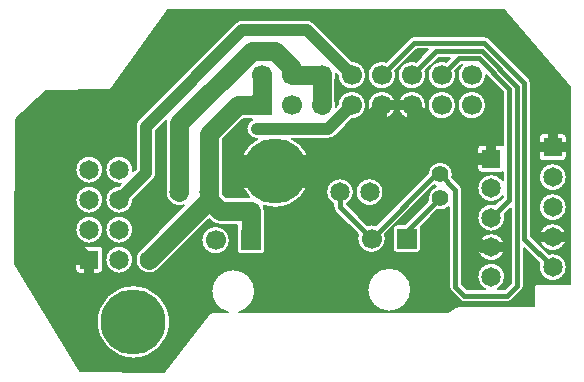
<source format=gbl>
G04 Layer: BottomLayer*
G04 EasyEDA Pro v1.9.30.011b94, 2023-06-19 18:55:00*
G04 Gerber Generator version 0.3*
G04 Scale: 100 percent, Rotated: No, Reflected: No*
G04 Dimensions in millimeters*
G04 Leading zeros omitted, absolute positions, 3 integers and 3 decimals*
%FSLAX33Y33*%
%MOMM*%
%ADD999C,0.2032*%
%ADD10C,0.83008*%
%ADD11C,2.755075*%
%ADD12C,0.85508*%
%ADD13C,5.499989*%
%ADD14C,1.649999*%
%ADD15C,1.4022*%
%ADD16C,1.4*%
%ADD17R,1.649999X1.649999*%
%ADD18R,1.649999X1.649999*%
%ADD19C,1.699999*%
%ADD20R,1.699999X1.699999*%
%ADD21R,1.699999X1.699999*%
%ADD22C,0.999998*%
%ADD23C,1.599997*%
%ADD24C,0.399999*%
G75*


G04 Copper Start*
G36*
G01X94189Y53559D02*
G01X90431Y48682D01*
G01X83261Y48743D01*
G01X77798Y57769D01*
G01X77877Y70097D01*
G01X80407Y72416D01*
G01X85733Y72540D01*
G03X86016Y72689I-8J358D01*
G01X90735Y79271D01*
G01X119214D01*
G01X124737Y72766D01*
G01Y56111D01*
G01X122047D01*
G03X121689Y55753I0J-358D01*
G01Y54206D01*
G01X115316D01*
G03X115117Y54146I0J-358D01*
G01X114446Y53698D01*
G01X96732D01*
G03X98124Y55497I-466J1799D01*
G03X96266Y57355I-1858J0D01*
G03X94408Y55497I0J-1858D01*
G03X95800Y53698I1858J0D01*
G01X94473D01*
G03X94189Y53559I0J-358D01*
G37*
%LPC*%
G36*
G01X87991Y58166D02*
G03X89149Y57008I1158J0D01*
G03X89968Y57347I0J1158D01*
G01X94215Y61594D01*
G01X94349Y61460D01*
G03X95168Y61121I819J819D01*
G01X96608D01*
G01Y60850D01*
G03X96558Y60667I308J-183D01*
G01Y58967D01*
G03X96916Y58609I358J0D01*
G01X98616D01*
G03X98974Y58967I0J358D01*
G01Y60667D01*
G03X98924Y60850I-358J0D01*
G01Y62279D01*
G03X98841Y62709I-1158J0D01*
G03X99797Y62559I956J2958D01*
G03X102905Y65667I0J3108D01*
G03X101261Y68409I-3108J0D01*
G01X104319D01*
G03X104926Y68660I0J858D01*
G01X106304Y70039D01*
G03X107507Y71247I-5J1208D01*
G03X106299Y72455I-1208J0D01*
G03X105091Y71252I0J-1208D01*
G01X104961Y71122D01*
G03X104967Y71247I-1202J125D01*
G03X104917Y71591I-1208J0D01*
G01Y73443D01*
G03X104967Y73787I-1158J344D01*
G03X104961Y73912I-1208J0D01*
G01X105091Y73782D01*
G03X106299Y72579I1208J5D01*
G03X107507Y73787I0J1208D01*
G03X106304Y74995I-1208J0D01*
G01X103080Y78220D01*
G03X102473Y78471I-607J-607D01*
G01X97043D01*
G03X96436Y78220I0J-858D01*
G01X88261Y70046D01*
G03X88010Y69439I607J-607D01*
G01Y65856D01*
G01X87787Y65633D01*
G03X87797Y65786I-1173J153D01*
G03X86614Y66969I-1183J0D01*
G03X85431Y65786I0J-1183D01*
G03X86614Y64603I1183J0D01*
G03X86767Y64613I0J1183D01*
G01X86583Y64429D01*
G03X85431Y63246I31J-1183D01*
G03X86614Y62063I1183J0D01*
G03X87797Y63215I0J1183D01*
G01X89475Y64893D01*
G03X89726Y65500I-607J607D01*
G01Y69083D01*
G01X90570Y69927D01*
G03X90555Y69743I1143J-184D01*
G01Y64123D01*
G03X90530Y63881I1158J-242D01*
G03X91713Y62698I1183J0D01*
G03X92112Y62767I0J1183D01*
G01X88330Y58985D01*
G03X87991Y58166I819J-819D01*
G37*
G36*
G01X115443Y54717D02*
G03X115838Y54553I395J395D01*
G01X119463D01*
G03X119858Y54717I0J558D01*
G01X120713Y55572D01*
G03X120876Y55966I-395J395D01*
G01Y59182D01*
G01X122185Y57874D01*
G03X122134Y57531I1132J-343D01*
G03X123317Y56348I1183J0D01*
G03X124500Y57531I0J1183D01*
G03X123317Y58714I-1183J0D01*
G03X122974Y58663I0J-1183D01*
G01X121478Y60159D01*
G01Y73113D01*
G03X121314Y73508I-558J0D01*
G01X117877Y76946D01*
G03X117482Y77109I-395J-395D01*
G01X111603D01*
G03X111208Y76946I0J-558D01*
G01X109202Y74939D01*
G03X108839Y74995I-363J-1152D01*
G03X107631Y73787I0J-1208D01*
G03X108839Y72579I1208J0D01*
G03X110047Y73787I0J1208D01*
G03X109991Y74150I-1208J0D01*
G01X111834Y75993D01*
G01X112796D01*
G01X111742Y74939D01*
G03X111379Y74995I-363J-1152D01*
G03X110171Y73787I0J-1208D01*
G03X111379Y72579I1208J0D01*
G03X112587Y73787I0J1208D01*
G03X112531Y74150I-1208J0D01*
G01X113652Y75271D01*
G01X114613D01*
G01X114282Y74939D01*
G03X113919Y74995I-363J-1152D01*
G03X112711Y73787I0J-1208D01*
G03X113919Y72579I1208J0D01*
G03X115127Y73787I0J1208D01*
G03X115071Y74150I-1208J0D01*
G01X115590Y74669D01*
G01X115633D01*
G03X115251Y73787I826J-882D01*
G03X116459Y72579I1208J0D01*
G03X117667Y73787I0J1208D01*
G01Y73805D01*
G01X119072Y72400D01*
G01Y67878D01*
G03X118935Y67905I-137J-331D01*
G01X117285D01*
G03X116927Y67547I0J-358D01*
G01Y65897D01*
G03X117285Y65539I358J0D01*
G01X118935D01*
G03X119072Y65566I0J358D01*
G01Y64910D01*
G03X118110Y65405I-962J-688D01*
G03X116927Y64222I0J-1183D01*
G03X118110Y63039I1183J0D01*
G03X119072Y63534I0J1183D01*
G01Y63474D01*
G01X118453Y62854D01*
G03X118110Y62905I-343J-1132D01*
G03X116927Y61722I0J-1183D01*
G03X118110Y60539I1183J0D01*
G03X119293Y61722I0J1183D01*
G03X119242Y62065I-1183J0D01*
G01X119760Y62583D01*
G01Y56198D01*
G01X119232Y55669D01*
G01X118650D01*
G03X119293Y56722I-540J1053D01*
G03X118110Y57905I-1183J0D01*
G03X116927Y56722I0J-1183D01*
G03X117570Y55669I1183J0D01*
G01X116069D01*
G01X115632Y56106D01*
G01Y64107D01*
G03X115468Y64502I-558J0D01*
G01X114822Y65148D01*
G03X114850Y65389I-1030J241D01*
G03X113792Y66447I-1058J0D01*
G03X112740Y65499I0J-1058D01*
G01X108337Y61096D01*
G03X107974Y61152I-363J-1152D01*
G03X107611Y61096I0J-1208D01*
G01X105866Y62841D01*
G03X106485Y63881I-564J1040D01*
G03X105302Y65064I-1183J0D01*
G03X104119Y63881I0J-1183D01*
G03X104744Y62838I1183J0D01*
G01Y62616D01*
G03X104907Y62221I558J0D01*
G01X106822Y60307D01*
G03X106766Y59944I1152J-363D01*
G03X107974Y58736I1208J0D01*
G03X109182Y59944I0J1208D01*
G03X109126Y60307I-1208J0D01*
G01X113282Y64462D01*
G03X113446Y64389I510J927D01*
G03X112734Y63389I346J-1000D01*
G03X112762Y63148I1058J0D01*
G01X110766Y61152D01*
G01X110124D01*
G03X109766Y60794I0J-358D01*
G01Y59094D01*
G03X110124Y58736I358J0D01*
G01X111824D01*
G03X112182Y59094I0J358D01*
G01Y60794D01*
G03X112145Y60953I-358J0D01*
G01X113551Y62359D01*
G03X113792Y62331I241J1030D01*
G03X114516Y62617I0J1058D01*
G01Y55875D01*
G03X114679Y55481I558J0D01*
G01X115443Y54717D01*
G37*
G36*
G01X87813Y49787D02*
G03X90921Y52896I0J3108D01*
G03X87813Y56004I-3108J0D01*
G03X84705Y52896I0J-3108D01*
G03X87813Y49787I3108J0D01*
G37*
G36*
G01X107616Y55624D02*
G03X109474Y53766I1858J0D01*
G03X111332Y55624I0J1858D01*
G03X109474Y57482I-1858J0D01*
G03X107616Y55624I0J-1858D01*
G37*
G36*
G01X111379Y70039D02*
G03X112587Y71247I0J1208D01*
G03X111379Y72455I-1208J0D01*
G03X110171Y71247I0J-1208D01*
G03X111379Y70039I1208J0D01*
G37*
G36*
G01X113919Y70039D02*
G03X115127Y71247I0J1208D01*
G03X113919Y72455I-1208J0D01*
G03X112711Y71247I0J-1208D01*
G03X113919Y70039I1208J0D01*
G37*
G36*
G01X108839Y70039D02*
G03X110047Y71247I0J1208D01*
G03X108839Y72455I-1208J0D01*
G03X107631Y71247I0J-1208D01*
G03X108839Y70039I1208J0D01*
G37*
G36*
G01X116459Y70039D02*
G03X117667Y71247I0J1208D01*
G03X116459Y72455I-1208J0D01*
G03X115251Y71247I0J-1208D01*
G03X116459Y70039I1208J0D01*
G37*
G36*
G01X93558Y59817D02*
G03X94766Y58609I1208J0D01*
G03X95974Y59817I0J1208D01*
G03X94766Y61025I-1208J0D01*
G03X93558Y59817I0J-1208D01*
G37*
G36*
G01X124142Y66508D02*
G03X124500Y66866I0J358D01*
G01Y68516D01*
G03X124142Y68874I-358J0D01*
G01X122492D01*
G03X122134Y68516I0J-358D01*
G01Y66866D01*
G03X122492Y66508I358J0D01*
G01X124142D01*
G37*
G36*
G01X84899Y56983D02*
G03X85257Y57341I0J358D01*
G01Y58991D01*
G03X84899Y59349I-358J0D01*
G01X83249D01*
G03X82891Y58991I0J-358D01*
G01Y57341D01*
G03X83249Y56983I358J0D01*
G01X84899D01*
G37*
G36*
G01X84074Y64603D02*
G03X85257Y65786I0J1183D01*
G03X84074Y66969I-1183J0D01*
G03X82891Y65786I0J-1183D01*
G03X84074Y64603I1183J0D01*
G37*
G36*
G01X123317Y63968D02*
G03X124500Y65151I0J1183D01*
G03X123317Y66334I-1183J0D01*
G03X122134Y65151I0J-1183D01*
G03X123317Y63968I1183J0D01*
G37*
G36*
G01X118110Y58039D02*
G03X119293Y59222I0J1183D01*
G03X118110Y60405I-1183J0D01*
G03X116927Y59222I0J-1183D01*
G03X118110Y58039I1183J0D01*
G37*
G36*
G01X106621Y63881D02*
G03X107804Y62698I1183J0D01*
G03X108987Y63881I0J1183D01*
G03X107804Y65064I-1183J0D01*
G03X106621Y63881I0J-1183D01*
G37*
G36*
G01X82891Y63246D02*
G03X84074Y62063I1183J0D01*
G03X85257Y63246I0J1183D01*
G03X84074Y64429I-1183J0D01*
G03X82891Y63246I0J-1183D01*
G37*
G36*
G01X123317Y61428D02*
G03X124500Y62611I0J1183D01*
G03X123317Y63794I-1183J0D01*
G03X122134Y62611I0J-1183D01*
G03X123317Y61428I1183J0D01*
G37*
G36*
G01X86614Y59523D02*
G03X87797Y60706I0J1183D01*
G03X86614Y61889I-1183J0D01*
G03X85431Y60706I0J-1183D01*
G03X86614Y59523I1183J0D01*
G37*
G36*
G01X84074Y59523D02*
G03X85257Y60706I0J1183D01*
G03X84074Y61889I-1183J0D01*
G03X82891Y60706I0J-1183D01*
G03X84074Y59523I1183J0D01*
G37*
G36*
G01X123317Y58888D02*
G03X124500Y60071I0J1183D01*
G03X123317Y61254I-1183J0D01*
G03X122134Y60071I0J-1183D01*
G03X123317Y58888I1183J0D01*
G37*
G36*
G01X86614Y56983D02*
G03X87797Y58166I0J1183D01*
G03X86614Y59349I-1183J0D01*
G03X85431Y58166I0J-1183D01*
G03X86614Y56983I1183J0D01*
G37*
%LPD*%
G36*
G01X96689Y65667D02*
G03X97631Y63437I3108J0D01*
G01X95648D01*
G01X95384Y63701D01*
G03X95398Y63881I-1169J180D01*
G03X95373Y64123I-1183J0D01*
G01Y68354D01*
G01X97108Y70089D01*
G01X97646D01*
G03X97829Y70039I183J308D01*
G01X97877D01*
G03X97645Y69874I375J-772D01*
G01X97636Y69865D01*
G03X97385Y69259I607J-607D01*
G03X98243Y68401I858J0D01*
G03X98325Y68404I0J858D01*
G03X96689Y65667I1472J-2738D01*
G37*
G54D999*
G01X94189Y53559D02*
G01X90431Y48682D01*
G01X83261Y48743D01*
G01X77798Y57769D01*
G01X77877Y70097D01*
G01X80407Y72416D01*
G01X85733Y72540D01*
G03X86016Y72689I-8J358D01*
G01X90735Y79271D01*
G01X119214D01*
G01X124737Y72766D01*
G01Y56111D01*
G01X122047D01*
G03X121689Y55753I0J-358D01*
G01Y54206D01*
G01X115316D01*
G03X115117Y54146I0J-358D01*
G01X114446Y53698D01*
G01X96732D01*
G03X98124Y55497I-466J1799D01*
G03X96266Y57355I-1858J0D01*
G03X94408Y55497I0J-1858D01*
G03X95800Y53698I1858J0D01*
G01X94473D01*
G03X94189Y53559I0J-358D01*
G01X87991Y58166D02*
G03X89149Y57008I1158J0D01*
G03X89968Y57347I0J1158D01*
G01X94215Y61594D01*
G01X94349Y61460D01*
G03X95168Y61121I819J819D01*
G01X96608D01*
G01Y60850D01*
G03X96558Y60667I308J-183D01*
G01Y58967D01*
G03X96916Y58609I358J0D01*
G01X98616D01*
G03X98974Y58967I0J358D01*
G01Y60667D01*
G03X98924Y60850I-358J0D01*
G01Y62279D01*
G03X98841Y62709I-1158J0D01*
G03X99797Y62559I956J2958D01*
G03X102905Y65667I0J3108D01*
G03X101261Y68409I-3108J0D01*
G01X104319D01*
G03X104926Y68660I0J858D01*
G01X106304Y70039D01*
G03X107507Y71247I-5J1208D01*
G03X106299Y72455I-1208J0D01*
G03X105091Y71252I0J-1208D01*
G01X104961Y71122D01*
G03X104967Y71247I-1202J125D01*
G03X104917Y71591I-1208J0D01*
G01Y73443D01*
G03X104967Y73787I-1158J344D01*
G03X104961Y73912I-1208J0D01*
G01X105091Y73782D01*
G03X106299Y72579I1208J5D01*
G03X107507Y73787I0J1208D01*
G03X106304Y74995I-1208J0D01*
G01X103080Y78220D01*
G03X102473Y78471I-607J-607D01*
G01X97043D01*
G03X96436Y78220I0J-858D01*
G01X88261Y70046D01*
G03X88010Y69439I607J-607D01*
G01Y65856D01*
G01X87787Y65633D01*
G03X87797Y65786I-1173J153D01*
G03X86614Y66969I-1183J0D01*
G03X85431Y65786I0J-1183D01*
G03X86614Y64603I1183J0D01*
G03X86767Y64613I0J1183D01*
G01X86583Y64429D01*
G03X85431Y63246I31J-1183D01*
G03X86614Y62063I1183J0D01*
G03X87797Y63215I0J1183D01*
G01X89475Y64893D01*
G03X89726Y65500I-607J607D01*
G01Y69083D01*
G01X90570Y69927D01*
G03X90555Y69743I1143J-184D01*
G01Y64123D01*
G03X90530Y63881I1158J-242D01*
G03X91713Y62698I1183J0D01*
G03X92112Y62767I0J1183D01*
G01X88330Y58985D01*
G03X87991Y58166I819J-819D01*
G01X115443Y54717D02*
G03X115838Y54553I395J395D01*
G01X119463D01*
G03X119858Y54717I0J558D01*
G01X120713Y55572D01*
G03X120876Y55966I-395J395D01*
G01Y59182D01*
G01X122185Y57874D01*
G03X122134Y57531I1132J-343D01*
G03X123317Y56348I1183J0D01*
G03X124500Y57531I0J1183D01*
G03X123317Y58714I-1183J0D01*
G03X122974Y58663I0J-1183D01*
G01X121478Y60159D01*
G01Y73113D01*
G03X121314Y73508I-558J0D01*
G01X117877Y76946D01*
G03X117482Y77109I-395J-395D01*
G01X111603D01*
G03X111208Y76946I0J-558D01*
G01X109202Y74939D01*
G03X108839Y74995I-363J-1152D01*
G03X107631Y73787I0J-1208D01*
G03X108839Y72579I1208J0D01*
G03X110047Y73787I0J1208D01*
G03X109991Y74150I-1208J0D01*
G01X111834Y75993D01*
G01X112796D01*
G01X111742Y74939D01*
G03X111379Y74995I-363J-1152D01*
G03X110171Y73787I0J-1208D01*
G03X111379Y72579I1208J0D01*
G03X112587Y73787I0J1208D01*
G03X112531Y74150I-1208J0D01*
G01X113652Y75271D01*
G01X114613D01*
G01X114282Y74939D01*
G03X113919Y74995I-363J-1152D01*
G03X112711Y73787I0J-1208D01*
G03X113919Y72579I1208J0D01*
G03X115127Y73787I0J1208D01*
G03X115071Y74150I-1208J0D01*
G01X115590Y74669D01*
G01X115633D01*
G03X115251Y73787I826J-882D01*
G03X116459Y72579I1208J0D01*
G03X117667Y73787I0J1208D01*
G01Y73805D01*
G01X119072Y72400D01*
G01Y67878D01*
G03X118935Y67905I-137J-331D01*
G01X117285D01*
G03X116927Y67547I0J-358D01*
G01Y65897D01*
G03X117285Y65539I358J0D01*
G01X118935D01*
G03X119072Y65566I0J358D01*
G01Y64910D01*
G03X118110Y65405I-962J-688D01*
G03X116927Y64222I0J-1183D01*
G03X118110Y63039I1183J0D01*
G03X119072Y63534I0J1183D01*
G01Y63474D01*
G01X118453Y62854D01*
G03X118110Y62905I-343J-1132D01*
G03X116927Y61722I0J-1183D01*
G03X118110Y60539I1183J0D01*
G03X119293Y61722I0J1183D01*
G03X119242Y62065I-1183J0D01*
G01X119760Y62583D01*
G01Y56198D01*
G01X119232Y55669D01*
G01X118650D01*
G03X119293Y56722I-540J1053D01*
G03X118110Y57905I-1183J0D01*
G03X116927Y56722I0J-1183D01*
G03X117570Y55669I1183J0D01*
G01X116069D01*
G01X115632Y56106D01*
G01Y64107D01*
G03X115468Y64502I-558J0D01*
G01X114822Y65148D01*
G03X114850Y65389I-1030J241D01*
G03X113792Y66447I-1058J0D01*
G03X112740Y65499I0J-1058D01*
G01X108337Y61096D01*
G03X107974Y61152I-363J-1152D01*
G03X107611Y61096I0J-1208D01*
G01X105866Y62841D01*
G03X106485Y63881I-564J1040D01*
G03X105302Y65064I-1183J0D01*
G03X104119Y63881I0J-1183D01*
G03X104744Y62838I1183J0D01*
G01Y62616D01*
G03X104907Y62221I558J0D01*
G01X106822Y60307D01*
G03X106766Y59944I1152J-363D01*
G03X107974Y58736I1208J0D01*
G03X109182Y59944I0J1208D01*
G03X109126Y60307I-1208J0D01*
G01X113282Y64462D01*
G03X113446Y64389I510J927D01*
G03X112734Y63389I346J-1000D01*
G03X112762Y63148I1058J0D01*
G01X110766Y61152D01*
G01X110124D01*
G03X109766Y60794I0J-358D01*
G01Y59094D01*
G03X110124Y58736I358J0D01*
G01X111824D01*
G03X112182Y59094I0J358D01*
G01Y60794D01*
G03X112145Y60953I-358J0D01*
G01X113551Y62359D01*
G03X113792Y62331I241J1030D01*
G03X114516Y62617I0J1058D01*
G01Y55875D01*
G03X114679Y55481I558J0D01*
G01X115443Y54717D01*
G01X87813Y49787D02*
G03X90921Y52896I0J3108D01*
G03X87813Y56004I-3108J0D01*
G03X84705Y52896I0J-3108D01*
G03X87813Y49787I3108J0D01*
G01X107616Y55624D02*
G03X109474Y53766I1858J0D01*
G03X111332Y55624I0J1858D01*
G03X109474Y57482I-1858J0D01*
G03X107616Y55624I0J-1858D01*
G01X111379Y70039D02*
G03X112587Y71247I0J1208D01*
G03X111379Y72455I-1208J0D01*
G03X110171Y71247I0J-1208D01*
G03X111379Y70039I1208J0D01*
G01X113919Y70039D02*
G03X115127Y71247I0J1208D01*
G03X113919Y72455I-1208J0D01*
G03X112711Y71247I0J-1208D01*
G03X113919Y70039I1208J0D01*
G01X108839Y70039D02*
G03X110047Y71247I0J1208D01*
G03X108839Y72455I-1208J0D01*
G03X107631Y71247I0J-1208D01*
G03X108839Y70039I1208J0D01*
G01X116459Y70039D02*
G03X117667Y71247I0J1208D01*
G03X116459Y72455I-1208J0D01*
G03X115251Y71247I0J-1208D01*
G03X116459Y70039I1208J0D01*
G01X93558Y59817D02*
G03X94766Y58609I1208J0D01*
G03X95974Y59817I0J1208D01*
G03X94766Y61025I-1208J0D01*
G03X93558Y59817I0J-1208D01*
G01X124142Y66508D02*
G03X124500Y66866I0J358D01*
G01Y68516D01*
G03X124142Y68874I-358J0D01*
G01X122492D01*
G03X122134Y68516I0J-358D01*
G01Y66866D01*
G03X122492Y66508I358J0D01*
G01X124142D01*
G01X84899Y56983D02*
G03X85257Y57341I0J358D01*
G01Y58991D01*
G03X84899Y59349I-358J0D01*
G01X83249D01*
G03X82891Y58991I0J-358D01*
G01Y57341D01*
G03X83249Y56983I358J0D01*
G01X84899D01*
G01X84074Y64603D02*
G03X85257Y65786I0J1183D01*
G03X84074Y66969I-1183J0D01*
G03X82891Y65786I0J-1183D01*
G03X84074Y64603I1183J0D01*
G01X123317Y63968D02*
G03X124500Y65151I0J1183D01*
G03X123317Y66334I-1183J0D01*
G03X122134Y65151I0J-1183D01*
G03X123317Y63968I1183J0D01*
G01X118110Y58039D02*
G03X119293Y59222I0J1183D01*
G03X118110Y60405I-1183J0D01*
G03X116927Y59222I0J-1183D01*
G03X118110Y58039I1183J0D01*
G01X106621Y63881D02*
G03X107804Y62698I1183J0D01*
G03X108987Y63881I0J1183D01*
G03X107804Y65064I-1183J0D01*
G03X106621Y63881I0J-1183D01*
G01X82891Y63246D02*
G03X84074Y62063I1183J0D01*
G03X85257Y63246I0J1183D01*
G03X84074Y64429I-1183J0D01*
G03X82891Y63246I0J-1183D01*
G01X123317Y61428D02*
G03X124500Y62611I0J1183D01*
G03X123317Y63794I-1183J0D01*
G03X122134Y62611I0J-1183D01*
G03X123317Y61428I1183J0D01*
G01X86614Y59523D02*
G03X87797Y60706I0J1183D01*
G03X86614Y61889I-1183J0D01*
G03X85431Y60706I0J-1183D01*
G03X86614Y59523I1183J0D01*
G01X84074Y59523D02*
G03X85257Y60706I0J1183D01*
G03X84074Y61889I-1183J0D01*
G03X82891Y60706I0J-1183D01*
G03X84074Y59523I1183J0D01*
G01X123317Y58888D02*
G03X124500Y60071I0J1183D01*
G03X123317Y61254I-1183J0D01*
G03X122134Y60071I0J-1183D01*
G03X123317Y58888I1183J0D01*
G01X86614Y56983D02*
G03X87797Y58166I0J1183D01*
G03X86614Y59349I-1183J0D01*
G03X85431Y58166I0J-1183D01*
G03X86614Y56983I1183J0D01*
G01X96689Y65667D02*
G03X97631Y63437I3108J0D01*
G01X95648D01*
G01X95384Y63701D01*
G03X95398Y63881I-1169J180D01*
G03X95373Y64123I-1183J0D01*
G01Y68354D01*
G01X97108Y70089D01*
G01X97646D01*
G03X97829Y70039I183J308D01*
G01X97877D01*
G03X97645Y69874I375J-772D01*
G01X97636Y69865D01*
G03X97385Y69259I607J-607D01*
G03X98243Y68401I858J0D01*
G03X98325Y68404I0J858D01*
G03X96689Y65667I1472J-2738D01*
G54D10*
G01X123317Y60071D02*
G01X124401Y60071D01*
G01X123317Y60071D02*
G01X122233Y60071D01*
G01X123317Y67691D02*
G01X123317Y68775D01*
G01X123317Y67691D02*
G01X124401Y67691D01*
G01X123317Y67691D02*
G01X122233Y67691D01*
G01X118110Y66722D02*
G01X118110Y67806D01*
G01X118110Y66722D02*
G01X117026Y66722D01*
G01X118110Y59222D02*
G01X119194Y59222D01*
G01X118110Y59222D02*
G01X117026Y59222D01*
G54D11*
G01X99797Y65667D02*
G01X96788Y65667D01*
G01X99797Y65667D02*
G01X102806Y65667D01*
G54D12*
G01X111379Y71247D02*
G01X110270Y71247D01*
G01X111379Y71247D02*
G01X111379Y70138D01*
G01X108839Y71247D02*
G01X109948Y71247D01*
G01X108839Y71247D02*
G01X108839Y70138D01*
G54D10*
G01X84074Y58166D02*
G01X84074Y57082D01*
G01X84074Y58166D02*
G01X82990Y58166D01*
G04 Copper End*

G04 Pad Start*
G54D13*
G01X87813Y52896D03*
G01X99797Y65667D03*
G54D14*
G01X91713Y63881D03*
G01X94215Y63881D03*
G01X105302Y63881D03*
G01X107804Y63881D03*
G54D16*
G01X113792Y63389D03*
G01X113792Y65389D03*
G54D14*
G01X118110Y61722D03*
G01X118110Y64222D03*
G54D17*
G01X118110Y66722D03*
G54D14*
G01X118110Y59222D03*
G01X118110Y56722D03*
G54D17*
G01X123317Y67691D03*
G54D14*
G01X123317Y65151D03*
G01X123317Y62611D03*
G01X123317Y60071D03*
G01X123317Y57531D03*
G54D18*
G01X84074Y58166D03*
G54D14*
G01X84074Y60706D03*
G01X84074Y63246D03*
G01X84074Y65786D03*
G01X86614Y58166D03*
G01X86614Y60706D03*
G01X86614Y63246D03*
G01X86614Y65786D03*
G54D19*
G01X116459Y73787D03*
G01X116459Y71247D03*
G01X113919Y73787D03*
G01X113919Y71247D03*
G01X111379Y73787D03*
G01X111379Y71247D03*
G01X108839Y73787D03*
G01X108839Y71247D03*
G01X106299Y73787D03*
G01X106299Y71247D03*
G01X103759Y73787D03*
G01X103759Y71247D03*
G01X101219Y73787D03*
G01X101219Y71247D03*
G01X98679Y73787D03*
G54D20*
G01X98679Y71247D03*
G54D19*
G01X94766Y59817D03*
G54D21*
G01X97766Y59817D03*
G54D19*
G01X107974Y59944D03*
G54D21*
G01X110974Y59944D03*
G04 Pad End*

G04 Via Start*
G54D22*
G01X83472Y67717D03*
G54D23*
G01X89149Y58166D03*
G54D22*
G01X98243Y69259D03*
G04 Via End*

G04 Track Start*
G01X106299Y71247D02*
G01X104319Y69267D01*
G01X98251D01*
G01X98243Y69259D01*
G54D24*
G01X108839Y73787D02*
G01X111603Y76551D01*
G01X117482D01*
G01X120920Y73113D01*
G01Y59928D01*
G01X123317Y57531D01*
G01X113919Y73787D02*
G01X115359Y75227D01*
G01X117035D01*
G01X119630Y72631D01*
G01Y63242D01*
G01X118110Y61722D01*
G01X110974Y59944D02*
G01X110974Y60571D01*
G54D22*
G01X106299Y73787D02*
G01X102473Y77613D01*
G01X97043D01*
G01X88868Y69439D01*
G01Y65500D01*
G01X86614Y63246D01*
G54D23*
G01X103759Y71247D02*
G01X103759Y73787D01*
G01X101219Y73787D02*
G01X103759Y73787D01*
G01X101219Y73787D02*
G01X101219Y74422D01*
G01X99800Y75841D01*
G01X97811D01*
G01X91713Y69743D01*
G01Y63881D01*
G54D24*
G01X107974Y59944D02*
G01X105302Y62616D01*
G01Y63881D01*
G01X107974Y59944D02*
G01X113419Y65389D01*
G01X113792D01*
G01X111379Y73787D02*
G01X113421Y75829D01*
G01X117316D01*
G01X120318Y72827D01*
G01Y55966D01*
G01X119463Y55111D01*
G01X115838D01*
G01X115074Y55875D01*
G01Y64107D01*
G01X113792Y65389D01*
G54D23*
G01X98679Y71247D02*
G01X98679Y73787D01*
G01X96628Y71247D02*
G01X94215Y68833D01*
G01Y63881D01*
G01X98679Y71247D02*
G01X96628Y71247D01*
G01X97766Y62279D02*
G01X95168Y62279D01*
G01X94215Y63232D01*
G01X94215Y63881D02*
G01X94215Y63232D01*
G01X89149Y58166D01*
G01X97766Y59817D02*
G01X97766Y62279D01*
G54D22*
G01X117307Y59222D02*
G01X116136Y60393D01*
G01Y66722D01*
G01X118110D01*
G01X108839Y71247D02*
G01X103259Y65667D01*
G01X99797D01*
G01X111379Y71247D02*
G01X115904Y66722D01*
G01X116136D01*
G01X84074Y58166D02*
G01X82306Y59934D01*
G01Y66551D01*
G01X83472Y67717D01*
G01X118110Y59222D02*
G01X117307Y59222D01*
G54D24*
G01X110974Y60571D02*
G01X113792Y63389D01*
G04 Track End*

M02*

</source>
